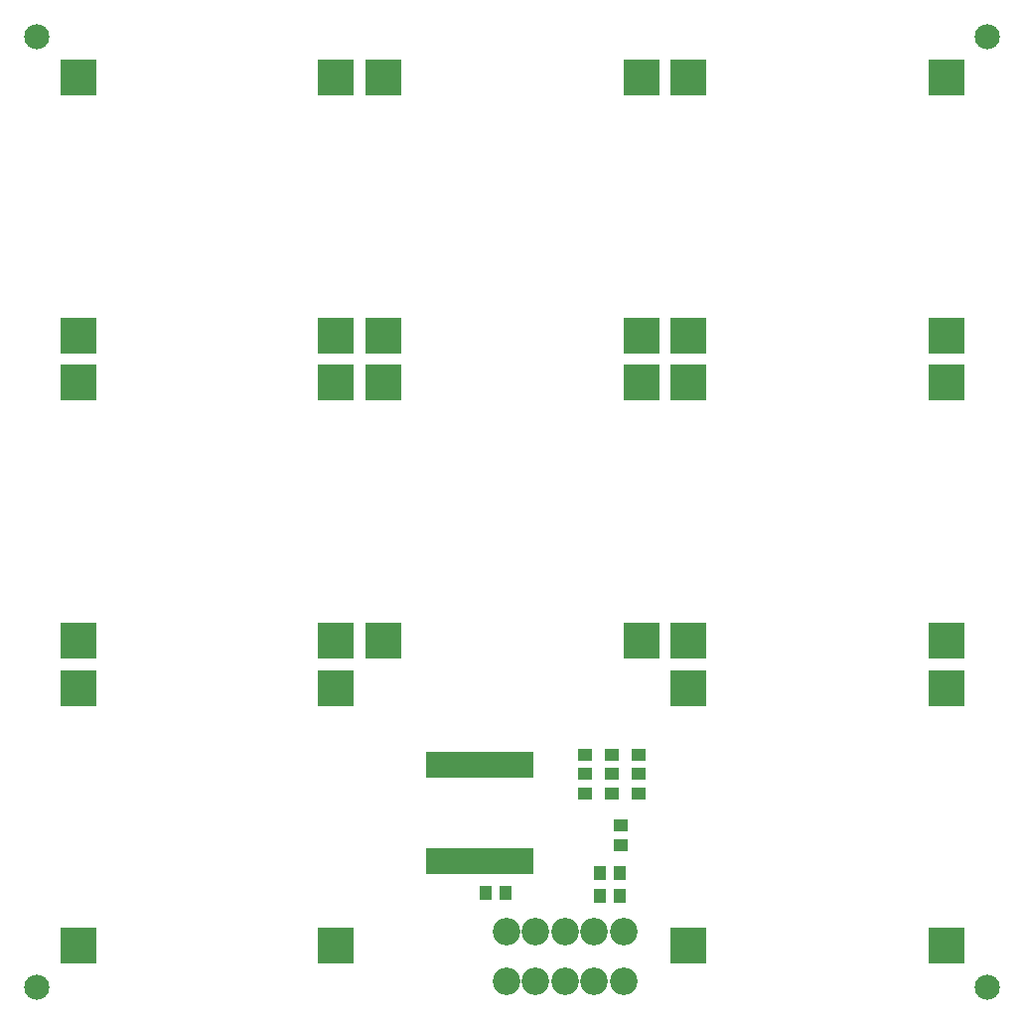
<source format=gbr>
G04 EasyPC Gerber Version 20.0.2 Build 4112 *
%FSLAX35Y35*%
%MOIN*%
%ADD111R,0.02569X0.08513*%
%ADD102R,0.04340X0.04931*%
%ADD112R,0.12411X0.12411*%
%ADD23C,0.08474*%
%ADD100R,0.04931X0.04340*%
%ADD94C,0.09261*%
X0Y0D02*
D02*
D23*
X8124Y12031D03*
Y330929D03*
X327022Y12031D03*
Y330929D03*
D02*
D94*
X165604Y14000D03*
Y30732D03*
X175447Y14000D03*
Y30732D03*
X185289Y14000D03*
Y30732D03*
X195132Y14000D03*
Y30732D03*
X204974Y14000D03*
Y30732D03*
D02*
D100*
X192179Y76992D03*
Y83488D03*
Y89984D03*
X201037Y76992D03*
Y83488D03*
Y89984D03*
X203990Y59669D03*
Y66165D03*
X209896Y76992D03*
Y83488D03*
Y89984D03*
D02*
D102*
X158715Y43528D03*
X165211D03*
X197100Y42543D03*
Y50417D03*
X203596Y42543D03*
Y50417D03*
D02*
D111*
X140014Y54354D03*
Y86598D03*
X142573Y54354D03*
Y86598D03*
X145132Y54354D03*
Y86598D03*
X147691Y54354D03*
Y86598D03*
X150250Y54354D03*
Y86598D03*
X152809Y54354D03*
Y86598D03*
X155368Y54354D03*
Y86598D03*
X157927Y54354D03*
Y86598D03*
X160486Y54354D03*
Y86598D03*
X163045Y54354D03*
Y86598D03*
X165604Y54354D03*
Y86598D03*
X168163Y54354D03*
Y86598D03*
X170722Y54354D03*
Y86598D03*
X173281Y54354D03*
Y86598D03*
D02*
D112*
X21904Y25811D03*
Y112425D03*
Y128173D03*
Y214787D03*
Y230535D03*
Y317150D03*
X108518Y25811D03*
Y112425D03*
Y128173D03*
Y214787D03*
Y230535D03*
Y317150D03*
X124266Y128173D03*
Y214787D03*
Y230535D03*
Y317150D03*
X210880Y128173D03*
Y214787D03*
Y230535D03*
Y317150D03*
X226628Y25811D03*
Y112425D03*
Y128173D03*
Y214787D03*
Y230535D03*
Y317150D03*
X313242Y25811D03*
Y112425D03*
Y128173D03*
Y214787D03*
Y230535D03*
Y317150D03*
X0Y0D02*
M02*

</source>
